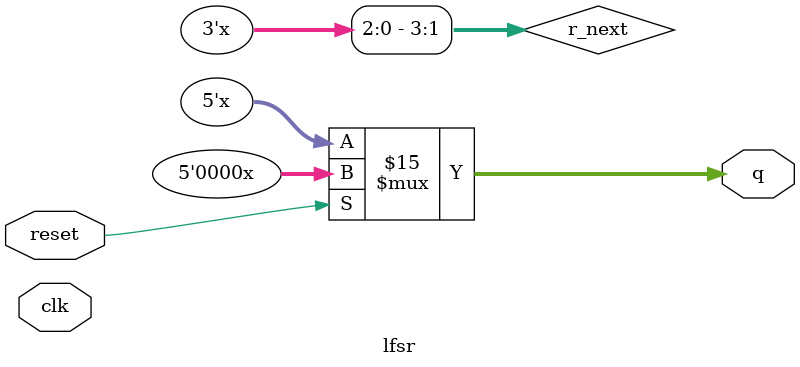
<source format=v>
module lfsr( 
    input clk,
    input reset,
    output [4:0] q
); 
reg [4:0] r_reg;
wire [4:0] r_next;
wire feedback_value;
// on reset set the value of r_reg to 1
// otherwise assign r_next to r_reg
// assign the xor of bit positions 2 and 4 of r_reg to feedback_value
// assign feedback concatenated with 4 most significant bits of r_reg to r_next
// assign r_reg to the output q
always @* begin
    if (reset == 0) begin
        r_reg <= 1;
    end else begin
        r_reg <= r_reg << 1;
        r_reg[2] <= r_reg[3] ^ r_reg[2];
        r_next[0] <= r_reg[2] ^ r_reg[2] ^ feedback_value;
        r_next[1] <= r_next[0] ^ r_next[0];
        r_next[2] <= r_next[1] ^ r_next[1];
        r_next[3] <= r_next[2] ^ r_next[2];
        q <= r_next[3];
    end
end
// test bench
always @(posedge clk) begin
    if (reset == 0) begin
        feedback_value <= 0;end
end
endmodule

</source>
